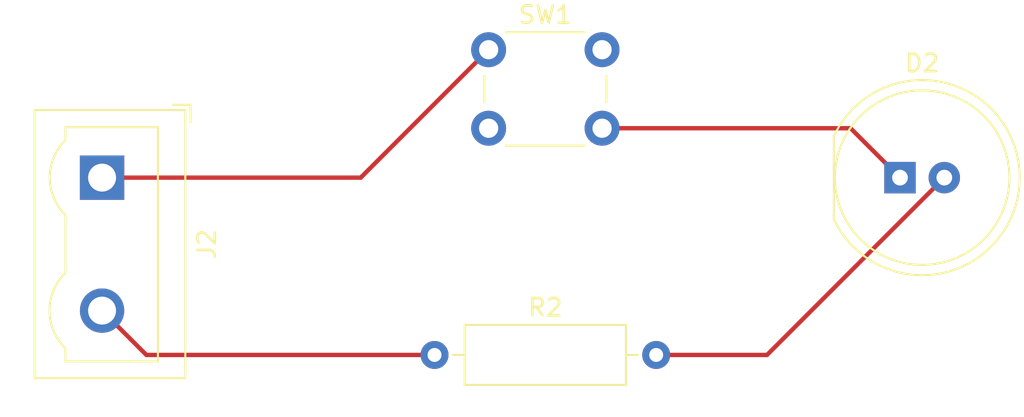
<source format=kicad_pcb>
(kicad_pcb (version 20221018) (generator pcbnew)
  (layers (0 "F.Cu" signal) (31 "B.Cu" signal) (34 "B.Paste" user) (35 "F.Paste" user) (36 "B.SilkS" user "B.Silkscreen") (37 "F.SilkS" user "F.Silkscreen") (38 "B.Mask" user) (39 "F.Mask" user) (44 "Edge.Cuts" user))
  (net 0 "")
  (net 1 "Net-(D2-K)")
  (net 2 "Net-(D2-A)")
  (net 3 "Net-(J2-Pin_2)")
  (net 4 "Net-(J2-Pin_1)")
  (footprint "Button_Switch_THT:SW_PUSH_6mm_H8.5mm" (layer "F.Cu") (at 57.71 28.23)
    (fp_text reference "SW1" (at 3.25 -2) (layer "F.SilkS"))
    (fp_text value "SW_DIP_x01")
    (fp_line (start -0.25 1.5) (end -0.25 3) (stroke (width 0.12)) (layer "F.SilkS"))
    (fp_line (start 1 5.5) (end 5.5 5.5) (stroke (width 0.12)) (layer "F.SilkS"))
    (fp_line (start 5.5 -1) (end 1 -1) (stroke (width 0.12)) (layer "F.SilkS"))
    (fp_line (start 6.75 3) (end 6.75 1.5) (stroke (width 0.12)) (layer "F.SilkS"))
    (pad "1" thru_hole circle (at 0 0 90) (size 2 2) (drill 1.1) (layers "*.Cu" "*.Mask") (net 4 "Net-(J2-Pin_1)"))
    (pad "1" thru_hole circle (at 6.5 0 90) (size 2 2) (drill 1.1) (layers "*.Cu" "*.Mask") (net 4 "Net-(J2-Pin_1)"))
    (pad "2" thru_hole circle (at 0 4.5 90) (size 2 2) (drill 1.1) (layers "*.Cu" "*.Mask") (net 1 "Net-(D2-K)"))
    (pad "2" thru_hole circle (at 6.5 4.5 90) (size 2 2) (drill 1.1) (layers "*.Cu" "*.Mask") (net 1 "Net-(D2-K)"))
  )
  (footprint "Resistor_THT:R_Axial_DIN0309_L9.0mm_D3.2mm_P12.70mm_Horizontal" (layer "F.Cu") (at 54.61 45.72)
    (fp_text reference "R2" (at 6.35 -2.72) (layer "F.SilkS"))
    (fp_text value "R")
    (fp_line (start 1.04 0) (end 1.73 0) (stroke (width 0.12)) (layer "F.SilkS"))
    (fp_line (start 1.73 -1.72) (end 1.73 1.72) (stroke (width 0.12)) (layer "F.SilkS"))
    (fp_line (start 1.73 1.72) (end 10.97 1.72) (stroke (width 0.12)) (layer "F.SilkS"))
    (fp_line (start 10.97 -1.72) (end 1.73 -1.72) (stroke (width 0.12)) (layer "F.SilkS"))
    (fp_line (start 10.97 1.72) (end 10.97 -1.72) (stroke (width 0.12)) (layer "F.SilkS"))
    (fp_line (start 11.66 0) (end 10.97 0) (stroke (width 0.12)) (layer "F.SilkS"))
    (pad "1" thru_hole circle (at 0 0) (size 1.6 1.6) (drill 0.8) (layers "*.Cu" "*.Mask") (net 3 "Net-(J2-Pin_2)"))
    (pad "2" thru_hole oval (at 12.7 0) (size 1.6 1.6) (drill 0.8) (layers "*.Cu" "*.Mask") (net 2 "Net-(D2-A)"))
  )
  (footprint "LED_THT:LED_D10.0mm" (layer "F.Cu") (at 81.28 35.56)
    (fp_text reference "D2" (at 1.27 -6.56) (layer "F.SilkS"))
    (fp_text value "LED")
    (fp_line (start -3.79 -2.376) (end -3.79 2.376) (stroke (width 0.12)) (layer "F.SilkS"))
    (fp_arc (start -3.79 -2.375816) (mid 2.484794 -5.456407) (end 6.859998 -0.004741) (stroke (width 0.12)) (layer "F.SilkS"))
    (fp_arc (start 6.859998 0.004741) (mid 2.484794 5.456407) (end -3.79 2.375816) (stroke (width 0.12)) (layer "F.SilkS"))
    (fp_circle (center 1.27 0) (end 6.27 0) (stroke (width 0.12)) (fill none) (layer "F.SilkS"))
    (pad "1" thru_hole rect (at 0 0) (size 1.8 1.8) (drill 0.9) (layers "*.Cu" "*.Mask") (net 1 "Net-(D2-K)"))
    (pad "2" thru_hole circle (at 2.54 0) (size 1.8 1.8) (drill 0.9) (layers "*.Cu" "*.Mask") (net 2 "Net-(D2-A)"))
  )
  (footprint "TerminalBlock:TerminalBlock_Wuerth_691311400102_P7.62mm" (layer "F.Cu") (at 35.56 35.56 -90)
    (fp_text reference "J2" (at 3.81 -6 90) (layer "F.SilkS"))
    (fp_text value "Screw_Terminal_01x02")
    (fp_line (start -4.17 -5.07) (end -4.17 -4.07) (stroke (width 0.12)) (layer "F.SilkS"))
    (fp_line (start -4.17 -5.07) (end -3.17 -5.07) (stroke (width 0.12)) (layer "F.SilkS"))
    (fp_line (start -3.87 3.87) (end -3.87 -4.77) (stroke (width 0.12)) (layer "F.SilkS"))
    (fp_line (start -3.86 -4.77) (end 11.49 -4.77) (stroke (width 0.12)) (layer "F.SilkS"))
    (fp_line (start -2.89 -3.2) (end -2.89 2.1) (stroke (width 0.12)) (layer "F.SilkS"))
    (fp_line (start -2.89 2.1) (end -2.14 2.1) (stroke (width 0.12)) (layer "F.SilkS"))
    (fp_line (start 2.14 2.1) (end 5.46 2.1) (stroke (width 0.12)) (layer "F.SilkS"))
    (fp_line (start 9.78 2.1) (end 10.53 2.1) (stroke (width 0.12)) (layer "F.SilkS"))
    (fp_line (start 10.53 -3.2) (end -2.89 -3.2) (stroke (width 0.12)) (layer "F.SilkS"))
    (fp_line (start 10.53 2.1) (end 10.53 -3.2) (stroke (width 0.12)) (layer "F.SilkS"))
    (fp_line (start 11.49 -4.77) (end 11.49 3.87) (stroke (width 0.12)) (layer "F.SilkS"))
    (fp_line (start 11.49 3.87) (end -3.87 3.87) (stroke (width 0.12)) (layer "F.SilkS"))
    (fp_arc (start 2.140696 2.099291) (mid 0.000497 2.998266) (end -2.14 2.1) (stroke (width 0.12)) (layer "F.SilkS"))
    (fp_arc (start 9.779492 2.100522) (mid 7.619636 3.012573) (end 5.46 2.1) (stroke (width 0.12)) (layer "F.SilkS"))
    (pad "1" thru_hole rect (at 0 0 270) (size 2.54 2.54) (drill 1.6) (layers "*.Cu" "*.Mask") (net 4 "Net-(J2-Pin_1)"))
    (pad "2" thru_hole circle (at 7.62 0 270) (size 2.54 2.54) (drill 1.6) (layers "*.Cu" "*.Mask") (net 3 "Net-(J2-Pin_2)"))
  )
  (segment (start 78.45 32.73) (end 81.28 35.56) (width 0.25) (layer "F.Cu") (net 1))
  (segment (start 64.21 32.73) (end 78.45 32.73) (width 0.25) (layer "F.Cu") (net 1))
  (segment (start 83.82 35.56) (end 73.66 45.72) (width 0.25) (layer "F.Cu") (net 2))
  (segment (start 73.66 45.72) (end 67.31 45.72) (width 0.25) (layer "F.Cu") (net 2))
  (segment (start 38.1 45.72) (end 35.56 43.18) (width 0.25) (layer "F.Cu") (net 3))
  (segment (start 54.61 45.72) (end 38.1 45.72) (width 0.25) (layer "F.Cu") (net 3))
  (segment (start 63.79 28.23) (end 63.5 27.94) (width 0.25) (layer "F.Cu") (net 4))
  (segment (start 57.71 28.23) (end 50.38 35.56) (width 0.25) (layer "F.Cu") (net 4))
  (segment (start 50.38 35.56) (end 35.56 35.56) (width 0.25) (layer "F.Cu") (net 4))
  (segment (start 64.21 28.23) (end 63.79 28.23) (width 0.25) (layer "F.Cu") (net 4))
)
</source>
